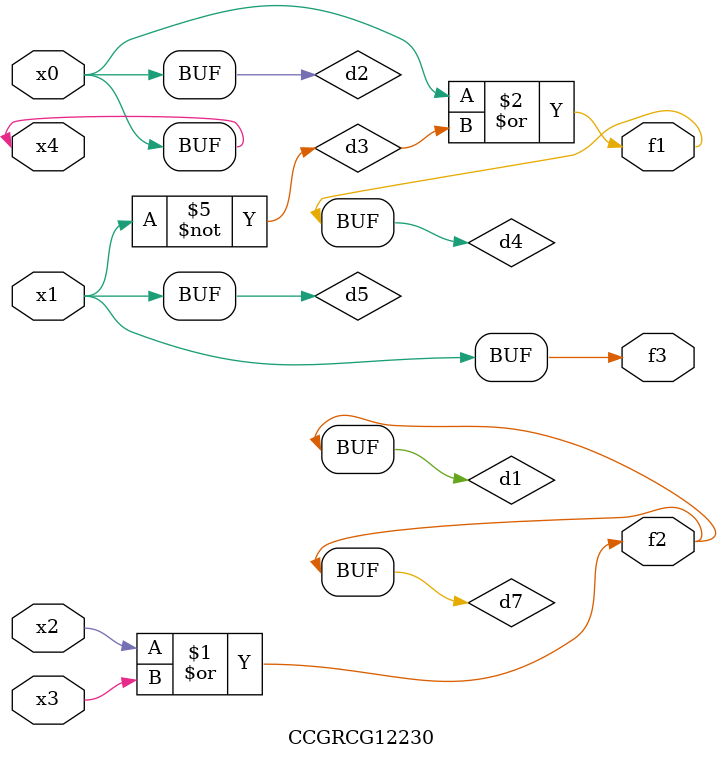
<source format=v>
module CCGRCG12230(
	input x0, x1, x2, x3, x4,
	output f1, f2, f3
);

	wire d1, d2, d3, d4, d5, d6, d7;

	or (d1, x2, x3);
	buf (d2, x0, x4);
	not (d3, x1);
	or (d4, d2, d3);
	not (d5, d3);
	nand (d6, d1, d3);
	or (d7, d1);
	assign f1 = d4;
	assign f2 = d7;
	assign f3 = d5;
endmodule

</source>
